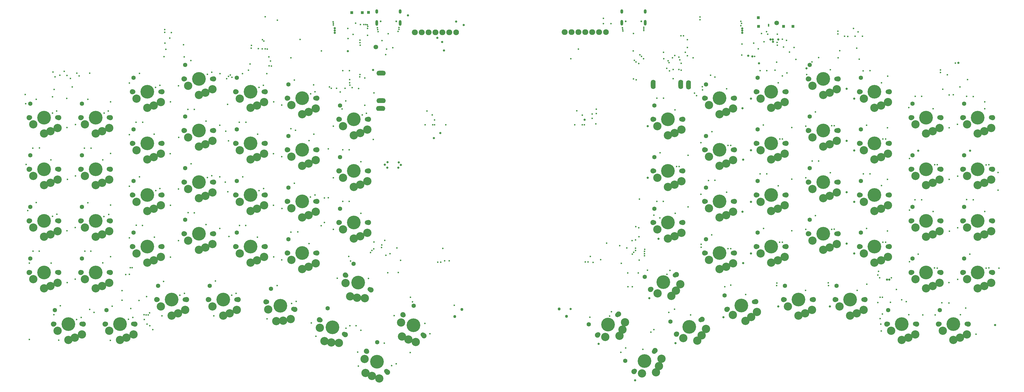
<source format=gbr>
%TF.GenerationSoftware,KiCad,Pcbnew,(6.0.5)*%
%TF.CreationDate,2022-08-12T23:05:57+08:00*%
%TF.ProjectId,ChunkyXiao,4368756e-6b79-4586-9961-6f2e6b696361,rev?*%
%TF.SameCoordinates,Original*%
%TF.FileFunction,Soldermask,Bot*%
%TF.FilePolarity,Negative*%
%FSLAX46Y46*%
G04 Gerber Fmt 4.6, Leading zero omitted, Abs format (unit mm)*
G04 Created by KiCad (PCBNEW (6.0.5)) date 2022-08-12 23:05:57*
%MOMM*%
%LPD*%
G01*
G04 APERTURE LIST*
%ADD10C,1.701800*%
%ADD11C,3.987800*%
%ADD12C,1.600000*%
%ADD13C,3.050000*%
%ADD14C,1.900000*%
%ADD15C,3.048000*%
%ADD16C,5.050000*%
%ADD17C,0.650000*%
%ADD18O,1.000000X2.100000*%
%ADD19O,1.000000X1.600000*%
%ADD20C,1.700000*%
%ADD21O,3.454400X1.778000*%
%ADD22R,1.000000X1.000000*%
%ADD23O,1.778000X3.454400*%
%ADD24C,1.100000*%
%ADD25C,2.100000*%
%ADD26O,2.200000X2.100000*%
%ADD27C,0.800000*%
%ADD28C,0.600000*%
G04 APERTURE END LIST*
D10*
%TO.C,SW18*%
X105121889Y-129443492D03*
X94961889Y-129443492D03*
D11*
X100041889Y-129443492D03*
D12*
X95166889Y-124318492D03*
D13*
X100166889Y-135368492D03*
D14*
X105666889Y-129468492D03*
D15*
X102581889Y-134523492D03*
D13*
X105166889Y-133268492D03*
D14*
X94666889Y-129468492D03*
D15*
X96231889Y-131983492D03*
D16*
X100166889Y-129468492D03*
%TD*%
%TO.C,SW62*%
X349499888Y-134236497D03*
D10*
X344294888Y-134211497D03*
D14*
X354999888Y-134236497D03*
D12*
X344499888Y-129086497D03*
D15*
X345564888Y-136751497D03*
D13*
X354499888Y-138036497D03*
D15*
X351914888Y-139291497D03*
D13*
X349499888Y-140136497D03*
D11*
X349374888Y-134211497D03*
D14*
X343999888Y-134236497D03*
D10*
X354454888Y-134211497D03*
%TD*%
D11*
%TO.C,SW19*%
X100041888Y-148493491D03*
D10*
X105121888Y-148493491D03*
D13*
X100166888Y-154418491D03*
D14*
X105666888Y-148518491D03*
X94666888Y-148518491D03*
D15*
X102581888Y-153573491D03*
X96231888Y-151033491D03*
D12*
X95166888Y-143368491D03*
D10*
X94961888Y-148493491D03*
D13*
X105166888Y-152318491D03*
D16*
X100166888Y-148518491D03*
%TD*%
D14*
%TO.C,SW21*%
X124716892Y-96136493D03*
D12*
X114216892Y-90986493D03*
D11*
X119091892Y-96111493D03*
D13*
X119216892Y-102036493D03*
D15*
X121631892Y-101191493D03*
D10*
X124171892Y-96111493D03*
D13*
X124216892Y-99936493D03*
D15*
X115281892Y-98651493D03*
D14*
X113716892Y-96136493D03*
D10*
X114011892Y-96111493D03*
D16*
X119216892Y-96136493D03*
%TD*%
D17*
%TO.C,J2*%
X263438407Y-70099801D03*
X257658407Y-70099801D03*
D18*
X264868407Y-70629801D03*
D19*
X264868407Y-66449801D03*
X256228407Y-66449801D03*
D18*
X256228407Y-70629801D03*
%TD*%
D10*
%TO.C,SW50*%
X316354890Y-96111495D03*
D14*
X305899890Y-96136495D03*
D11*
X311274890Y-96111495D03*
D13*
X316399890Y-99936495D03*
D15*
X307464890Y-98651495D03*
D14*
X316899890Y-96136495D03*
D16*
X311399890Y-96136495D03*
D15*
X313814890Y-101191495D03*
D12*
X306399890Y-90986495D03*
D10*
X306194890Y-96111495D03*
D13*
X311399890Y-102036495D03*
%TD*%
D10*
%TO.C,SW15*%
X76021890Y-181836494D03*
D14*
X65566890Y-181861494D03*
D13*
X71066890Y-187761494D03*
X76066890Y-185661494D03*
D10*
X65861890Y-181836494D03*
D12*
X66066890Y-176711494D03*
D14*
X76566890Y-181861494D03*
D11*
X70941890Y-181836494D03*
D15*
X67131890Y-184376494D03*
D16*
X71066890Y-181861494D03*
D15*
X73481890Y-186916494D03*
%TD*%
D13*
%TO.C,SW12*%
X86116888Y-118986493D03*
D15*
X77181888Y-117701493D03*
D12*
X76116888Y-110036493D03*
D10*
X75911888Y-115161493D03*
D14*
X86616888Y-115186493D03*
D11*
X80991888Y-115161493D03*
D10*
X86071888Y-115161493D03*
D16*
X81116888Y-115186493D03*
D13*
X81116888Y-121086493D03*
D15*
X83531888Y-120241493D03*
D14*
X75616888Y-115186493D03*
%TD*%
D20*
%TO.C,J5*%
X313430000Y-70750000D03*
%TD*%
D13*
%TO.C,SW66*%
X373549889Y-128511492D03*
D16*
X368549889Y-124711492D03*
D10*
X363344889Y-124686492D03*
D14*
X363049889Y-124711492D03*
D10*
X373504889Y-124686492D03*
D12*
X363549889Y-119561492D03*
D13*
X368549889Y-130611492D03*
D15*
X364614889Y-127226492D03*
X370964889Y-129766492D03*
D14*
X374049889Y-124711492D03*
D11*
X368424889Y-124686492D03*
%TD*%
D14*
%TO.C,SW43*%
X276360780Y-163627643D03*
D11*
X271476887Y-166418492D03*
D10*
X267077478Y-168958492D03*
D14*
X266834500Y-169127643D03*
D15*
X269447330Y-170523197D03*
D10*
X275876296Y-163878492D03*
D12*
X264692513Y-164417612D03*
D13*
X274547640Y-171487193D03*
X277827767Y-167168539D03*
D16*
X271597640Y-166377643D03*
D15*
X276216592Y-169547901D03*
%TD*%
D14*
%TO.C,SW20*%
X95616890Y-172861494D03*
D10*
X84911890Y-172836494D03*
D12*
X85116890Y-167711494D03*
D11*
X89991890Y-172836494D03*
D13*
X90116890Y-178761494D03*
D16*
X90116890Y-172861494D03*
D10*
X95071890Y-172836494D03*
D13*
X95116890Y-176661494D03*
D15*
X86181890Y-175376494D03*
X92531890Y-177916494D03*
D14*
X84616890Y-172861494D03*
%TD*%
D15*
%TO.C,SW38*%
X256477042Y-183929544D03*
D11*
X251088888Y-182133493D03*
D10*
X247496786Y-185725595D03*
D14*
X247305867Y-185951870D03*
D12*
X244017820Y-181956716D03*
D13*
X257417494Y-181214254D03*
D10*
X254680990Y-178541391D03*
D13*
X255366884Y-186234712D03*
D14*
X255084041Y-178173695D03*
D16*
X251194954Y-182062782D03*
D15*
X250190862Y-186623621D03*
%TD*%
D21*
%TO.C,J9*%
X167425000Y-99450000D03*
%TD*%
D11*
%TO.C,SW13*%
X80991888Y-134211495D03*
D14*
X75616888Y-134236495D03*
D10*
X86071888Y-134211495D03*
D12*
X76116888Y-129086495D03*
D10*
X75911888Y-134211495D03*
D13*
X86116888Y-138036495D03*
D14*
X86616888Y-134236495D03*
D16*
X81116888Y-134236495D03*
D15*
X77181888Y-136751495D03*
D13*
X81116888Y-140136495D03*
D15*
X83531888Y-139291495D03*
%TD*%
D20*
%TO.C,J3*%
X165510000Y-79650000D03*
%TD*%
D10*
%TO.C,SW10*%
X56971889Y-181836494D03*
D13*
X57016889Y-185661494D03*
D15*
X54431889Y-186916494D03*
X48081889Y-184376494D03*
D11*
X51891889Y-181836494D03*
D16*
X52016889Y-181861494D03*
D12*
X47016889Y-176711494D03*
D10*
X46811889Y-181836494D03*
D14*
X46516889Y-181861494D03*
D13*
X52016889Y-187761494D03*
D14*
X57516889Y-181861494D03*
%TD*%
D11*
%TO.C,SW31*%
X157191888Y-106291491D03*
D16*
X157316888Y-106316491D03*
D10*
X162271888Y-106291491D03*
X152111888Y-106291491D03*
D13*
X162316888Y-110116491D03*
D14*
X151816888Y-106316491D03*
D12*
X152316888Y-101166491D03*
D15*
X153381888Y-108831491D03*
X159731888Y-111371491D03*
D13*
X157316888Y-112216491D03*
D14*
X162816888Y-106316491D03*
%TD*%
D10*
%TO.C,SW34*%
X163289296Y-169001492D03*
D15*
X154320330Y-166756197D03*
D10*
X154490478Y-163921492D03*
D16*
X158985640Y-166545643D03*
D14*
X154222500Y-163795643D03*
X163748780Y-169295643D03*
D12*
X157230513Y-159585612D03*
D11*
X158889887Y-166461492D03*
D15*
X158549592Y-172130901D03*
D13*
X156035640Y-171655193D03*
X161415767Y-172336539D03*
%TD*%
D21*
%TO.C,J11*%
X167425001Y-89289999D03*
%TD*%
D14*
%TO.C,SW7*%
X67566889Y-124711493D03*
D11*
X61941889Y-124686493D03*
D15*
X58131889Y-127226493D03*
D10*
X67021889Y-124686493D03*
D12*
X57066889Y-119561493D03*
D10*
X56861889Y-124686493D03*
D15*
X64481889Y-129766493D03*
D13*
X67066889Y-128511493D03*
D16*
X62066889Y-124711493D03*
D13*
X62066889Y-130611493D03*
D14*
X56566889Y-124711493D03*
%TD*%
D15*
%TO.C,SW45*%
X294764889Y-103577496D03*
D10*
X297304889Y-98497496D03*
D15*
X288414889Y-101037496D03*
D13*
X292349889Y-104422496D03*
X297349889Y-102322496D03*
D11*
X292224889Y-98497496D03*
D12*
X287349889Y-93372496D03*
D14*
X286849889Y-98522496D03*
D10*
X287144889Y-98497496D03*
D14*
X297849889Y-98522496D03*
D16*
X292349889Y-98522496D03*
%TD*%
D22*
%TO.C,TP11*%
X319450000Y-71950000D03*
%TD*%
%TO.C,TP9*%
X306700000Y-72000000D03*
%TD*%
D14*
%TO.C,SW27*%
X143766888Y-117572495D03*
D16*
X138266888Y-117572495D03*
D12*
X133266888Y-112422495D03*
D13*
X143266888Y-121372495D03*
D14*
X132766888Y-117572495D03*
D15*
X140681888Y-122627495D03*
D10*
X143221888Y-117547495D03*
D13*
X138266888Y-123472495D03*
D15*
X134331888Y-120087495D03*
D10*
X133061888Y-117547495D03*
D11*
X138141888Y-117547495D03*
%TD*%
D13*
%TO.C,SW48*%
X292349889Y-161572496D03*
D15*
X288414889Y-158187496D03*
D10*
X297304889Y-155647496D03*
D15*
X294764889Y-160727496D03*
D13*
X297349889Y-159472496D03*
D12*
X287349889Y-150522496D03*
D10*
X287144889Y-155647496D03*
D11*
X292224889Y-155647496D03*
D14*
X297849889Y-155672496D03*
X286849889Y-155672496D03*
D16*
X292349889Y-155672496D03*
%TD*%
D15*
%TO.C,SW6*%
X58131889Y-108176494D03*
D13*
X62066889Y-111561494D03*
D10*
X56861889Y-105636494D03*
D14*
X56566889Y-105661494D03*
X67566889Y-105661494D03*
D15*
X64481889Y-110716494D03*
D13*
X67066889Y-109461494D03*
D12*
X57066889Y-100511494D03*
D16*
X62066889Y-105661494D03*
D11*
X61941889Y-105636494D03*
D10*
X67021889Y-105636494D03*
%TD*%
D22*
%TO.C,TP8*%
X162800000Y-66800000D03*
%TD*%
D11*
%TO.C,SW54*%
X321324889Y-172836495D03*
D13*
X326449889Y-176661495D03*
D10*
X316244889Y-172836495D03*
D16*
X321449889Y-172861495D03*
D15*
X323864889Y-177916495D03*
D10*
X326404889Y-172836495D03*
D14*
X326949889Y-172861495D03*
D13*
X321449889Y-178761495D03*
D14*
X315949889Y-172861495D03*
D12*
X316449889Y-167711495D03*
D15*
X317514889Y-175376495D03*
%TD*%
D13*
%TO.C,SW53*%
X311399894Y-159186493D03*
D12*
X306399894Y-148136493D03*
D11*
X311274894Y-153261493D03*
D14*
X316899894Y-153286493D03*
D10*
X316354894Y-153261493D03*
D16*
X311399894Y-153286493D03*
D13*
X316399894Y-157086493D03*
D10*
X306194894Y-153261493D03*
D14*
X305899894Y-153286493D03*
D15*
X307464894Y-155801493D03*
X313814894Y-158341493D03*
%TD*%
D16*
%TO.C,SW57*%
X330549887Y-129468491D03*
D15*
X332964887Y-134523491D03*
D14*
X336049887Y-129468491D03*
D13*
X330549887Y-135368491D03*
D14*
X325049887Y-129468491D03*
D11*
X330424887Y-129443491D03*
D13*
X335549887Y-133268491D03*
D10*
X335504887Y-129443491D03*
X325344887Y-129443491D03*
D12*
X325549887Y-124318491D03*
D15*
X326614887Y-131983491D03*
%TD*%
D13*
%TO.C,SW24*%
X124216889Y-157086493D03*
D14*
X124716889Y-153286493D03*
D15*
X115281889Y-155801493D03*
D12*
X114216889Y-148136493D03*
D13*
X119216889Y-159186493D03*
D14*
X113716889Y-153286493D03*
D10*
X124171889Y-153261493D03*
D11*
X119091889Y-153261493D03*
D15*
X121631889Y-158341493D03*
D16*
X119216889Y-153286493D03*
D10*
X114011889Y-153261493D03*
%TD*%
D13*
%TO.C,SW69*%
X383599888Y-185661494D03*
D14*
X384099888Y-181861494D03*
D15*
X381014888Y-186916494D03*
D12*
X373599888Y-176711494D03*
D10*
X373394888Y-181836494D03*
D16*
X378599888Y-181861494D03*
D10*
X383554888Y-181836494D03*
D13*
X378599888Y-187761494D03*
D15*
X374664888Y-184376494D03*
D14*
X373099888Y-181861494D03*
D11*
X378474888Y-181836494D03*
%TD*%
D15*
%TO.C,SW32*%
X153381888Y-127881495D03*
D16*
X157316888Y-125366495D03*
D12*
X152316888Y-120216495D03*
D15*
X159731888Y-130421495D03*
D13*
X162316888Y-129166495D03*
D14*
X151816888Y-125366495D03*
D11*
X157191888Y-125341495D03*
D14*
X162816888Y-125366495D03*
D13*
X157316888Y-131266495D03*
D10*
X162271888Y-125341495D03*
X152111888Y-125341495D03*
%TD*%
D13*
%TO.C,SW56*%
X335549889Y-114218494D03*
D16*
X330549889Y-110418494D03*
D15*
X326614889Y-112933494D03*
D14*
X336049889Y-110418494D03*
D13*
X330549889Y-116318494D03*
D10*
X335504889Y-110393494D03*
D12*
X325549889Y-105268494D03*
D11*
X330424889Y-110393494D03*
D10*
X325344889Y-110393494D03*
D15*
X332964889Y-115473494D03*
D14*
X325049889Y-110418494D03*
%TD*%
D11*
%TO.C,SW59*%
X340374890Y-172836495D03*
D13*
X345499890Y-176661495D03*
D15*
X336564890Y-175376495D03*
D13*
X340499890Y-178761495D03*
D10*
X345454890Y-172836495D03*
D15*
X342914890Y-177916495D03*
D12*
X335499890Y-167711495D03*
D14*
X345999890Y-172861495D03*
D16*
X340499890Y-172861495D03*
D10*
X335294890Y-172836495D03*
D14*
X334999890Y-172861495D03*
%TD*%
D10*
%TO.C,SW58*%
X325344891Y-148493494D03*
D11*
X330424891Y-148493494D03*
D13*
X335549891Y-152318494D03*
D15*
X332964891Y-153573494D03*
D13*
X330549891Y-154418494D03*
D14*
X336049891Y-148518494D03*
X325049891Y-148518494D03*
D10*
X335504891Y-148493494D03*
D12*
X325549891Y-143368494D03*
D15*
X326614891Y-151033494D03*
D16*
X330549891Y-148518494D03*
%TD*%
D14*
%TO.C,SW46*%
X286849890Y-117572495D03*
D13*
X292349890Y-123472495D03*
D16*
X292349890Y-117572495D03*
D13*
X297349890Y-121372495D03*
D15*
X294764890Y-122627495D03*
D14*
X297849890Y-117572495D03*
D15*
X288414890Y-120087495D03*
D10*
X287144890Y-117547495D03*
X297304890Y-117547495D03*
D11*
X292224890Y-117547495D03*
D12*
X287349890Y-112422495D03*
%TD*%
%TO.C,SW33*%
X152316889Y-139266493D03*
D14*
X151816889Y-144416493D03*
D13*
X157316889Y-150316493D03*
D15*
X159731889Y-149471493D03*
D10*
X152111889Y-144391493D03*
D11*
X157191889Y-144391493D03*
D16*
X157316889Y-144416493D03*
D14*
X162816889Y-144416493D03*
D10*
X162271889Y-144391493D03*
D13*
X162316889Y-148216493D03*
D15*
X153381889Y-146931493D03*
%TD*%
D10*
%TO.C,SW68*%
X363344887Y-162786493D03*
D13*
X373549887Y-166611493D03*
D15*
X370964887Y-167866493D03*
D13*
X368549887Y-168711493D03*
D10*
X373504887Y-162786493D03*
D14*
X374049887Y-162811493D03*
D12*
X363549887Y-157661493D03*
D16*
X368549887Y-162811493D03*
D15*
X364614887Y-165326493D03*
D11*
X368424887Y-162786493D03*
D14*
X363049887Y-162811493D03*
%TD*%
D13*
%TO.C,SW71*%
X387599887Y-130611492D03*
D12*
X382599887Y-119561492D03*
D16*
X387599887Y-124711492D03*
D14*
X382099887Y-124711492D03*
D15*
X383664887Y-127226492D03*
D11*
X387474887Y-124686492D03*
D10*
X392554887Y-124686492D03*
X382394887Y-124686492D03*
D13*
X392599887Y-128511492D03*
D15*
X390014887Y-129766492D03*
D14*
X393099887Y-124711492D03*
%TD*%
D23*
%TO.C,J10*%
X278026892Y-93401492D03*
%TD*%
D24*
%TO.C,S2*%
X233146397Y-176336324D03*
X235833402Y-179023329D03*
%TD*%
D14*
%TO.C,SW8*%
X56566889Y-143761495D03*
D13*
X62066889Y-149661495D03*
D10*
X67021889Y-143736495D03*
X56861889Y-143736495D03*
D16*
X62066889Y-143761495D03*
D15*
X58131889Y-146276495D03*
D14*
X67566889Y-143761495D03*
D12*
X57066889Y-138611495D03*
D11*
X61941889Y-143736495D03*
D15*
X64481889Y-148816495D03*
D13*
X67066889Y-147561495D03*
%TD*%
%TO.C,SW29*%
X143266886Y-159472497D03*
D12*
X133266886Y-150522497D03*
D10*
X133061886Y-155647497D03*
D13*
X138266886Y-161572497D03*
D14*
X143766886Y-155672497D03*
D16*
X138266886Y-155672497D03*
D15*
X140681886Y-160727497D03*
D10*
X143221886Y-155647497D03*
D15*
X134331886Y-158187497D03*
D14*
X132766886Y-155672497D03*
D11*
X138141886Y-155647497D03*
%TD*%
D14*
%TO.C,SW55*%
X336049890Y-91368493D03*
X325049890Y-91368493D03*
D11*
X330424890Y-91343493D03*
D10*
X335504890Y-91343493D03*
X325344890Y-91343493D03*
D15*
X326614890Y-93883493D03*
X332964890Y-96423493D03*
D12*
X325549890Y-86218493D03*
D16*
X330549890Y-91368493D03*
D13*
X330549890Y-97268493D03*
X335549890Y-95168493D03*
%TD*%
D15*
%TO.C,SW26*%
X140681888Y-103577495D03*
D11*
X138141888Y-98497495D03*
D15*
X134331888Y-101037495D03*
D10*
X143221888Y-98497495D03*
D13*
X138266888Y-104422495D03*
D14*
X143766888Y-98522495D03*
D13*
X143266888Y-102322495D03*
D12*
X133266888Y-93372495D03*
D14*
X132766888Y-98522495D03*
D16*
X138266888Y-98522495D03*
D10*
X133061888Y-98497495D03*
%TD*%
D12*
%TO.C,SW9*%
X57066887Y-157661494D03*
D13*
X67066887Y-166611494D03*
D14*
X67566887Y-162811494D03*
D13*
X62066887Y-168711494D03*
D16*
X62066887Y-162811494D03*
D15*
X58131887Y-165326494D03*
D14*
X56566887Y-162811494D03*
D10*
X67021887Y-162786494D03*
X56861887Y-162786494D03*
D11*
X61941887Y-162786494D03*
D15*
X64481887Y-167866494D03*
%TD*%
D10*
%TO.C,SW63*%
X344294887Y-153261497D03*
D15*
X345564887Y-155801497D03*
D14*
X354999887Y-153286497D03*
D12*
X344499887Y-148136497D03*
D11*
X349374887Y-153261497D03*
D15*
X351914887Y-158341497D03*
D10*
X354454887Y-153261497D03*
D14*
X343999887Y-153286497D03*
D13*
X349499887Y-159186497D03*
D16*
X349499887Y-153286497D03*
D13*
X354499887Y-157086497D03*
%TD*%
D12*
%TO.C,SW23*%
X114216889Y-129086490D03*
D10*
X124171889Y-134211490D03*
X114011889Y-134211490D03*
D14*
X113716889Y-134236490D03*
D15*
X115281889Y-136751490D03*
D13*
X124216889Y-138036490D03*
D11*
X119091889Y-134211490D03*
D13*
X119216889Y-140136490D03*
D14*
X124716889Y-134236490D03*
D16*
X119216889Y-134236490D03*
D15*
X121631889Y-139291490D03*
%TD*%
D22*
%TO.C,TP7*%
X160500000Y-66900000D03*
%TD*%
D15*
%TO.C,SW61*%
X351914890Y-120241495D03*
D16*
X349499890Y-115186495D03*
D11*
X349374890Y-115161495D03*
D13*
X349499890Y-121086495D03*
X354499890Y-118986495D03*
D12*
X344499890Y-110036495D03*
D10*
X344294890Y-115161495D03*
X354454890Y-115161495D03*
D14*
X343999890Y-115186495D03*
X354999890Y-115186495D03*
D15*
X345564890Y-117701495D03*
%TD*%
%TO.C,SW70*%
X390014888Y-110716491D03*
X383664888Y-108176491D03*
D13*
X387599888Y-111561491D03*
D10*
X382394888Y-105636491D03*
D14*
X393099888Y-105661491D03*
D10*
X392554888Y-105636491D03*
D11*
X387474888Y-105636491D03*
D12*
X382599888Y-100511491D03*
D13*
X392599888Y-109461491D03*
D16*
X387599888Y-105661491D03*
D14*
X382099888Y-105661491D03*
%TD*%
D13*
%TO.C,SW42*%
X273299889Y-150316493D03*
D11*
X273174889Y-144391493D03*
D10*
X268094889Y-144391493D03*
D14*
X267799889Y-144416493D03*
D10*
X278254889Y-144391493D03*
D13*
X278299889Y-148216493D03*
D14*
X278799889Y-144416493D03*
D15*
X275714889Y-149471493D03*
X269364889Y-146931493D03*
D12*
X268299889Y-139266493D03*
D16*
X273299889Y-144416493D03*
%TD*%
D14*
%TO.C,SW51*%
X316899891Y-115186495D03*
D10*
X306194891Y-115161495D03*
D16*
X311399891Y-115186495D03*
D15*
X307464891Y-117701495D03*
D13*
X311399891Y-121086495D03*
D12*
X306399891Y-110036495D03*
D11*
X311274891Y-115161495D03*
D13*
X316399891Y-118986495D03*
D14*
X305899891Y-115186495D03*
D10*
X316354891Y-115161495D03*
D15*
X313814891Y-120241495D03*
%TD*%
D21*
%TO.C,J7*%
X167270000Y-102340000D03*
%TD*%
D22*
%TO.C,TP12*%
X306650000Y-68800000D03*
%TD*%
D15*
%TO.C,SW14*%
X83531886Y-158341495D03*
D10*
X86071886Y-153261495D03*
D12*
X76116886Y-148136495D03*
D16*
X81116886Y-153286495D03*
D13*
X81116886Y-159186495D03*
D10*
X75911886Y-153261495D03*
D15*
X77181886Y-155801495D03*
D14*
X75616886Y-153286495D03*
D11*
X80991886Y-153261495D03*
D14*
X86616886Y-153286495D03*
D13*
X86116886Y-157086495D03*
%TD*%
D16*
%TO.C,SW73*%
X387599889Y-162811490D03*
D13*
X387599889Y-168711490D03*
D11*
X387474889Y-162786490D03*
D10*
X392554889Y-162786490D03*
X382394889Y-162786490D03*
D14*
X382099889Y-162811490D03*
D13*
X392599889Y-166611490D03*
D14*
X393099889Y-162811490D03*
D12*
X382599889Y-157661490D03*
D15*
X390014889Y-167866490D03*
X383664889Y-165326490D03*
%TD*%
%TO.C,SW28*%
X140681888Y-141677496D03*
X134331888Y-139137496D03*
D14*
X132766888Y-136622496D03*
D11*
X138141888Y-136597496D03*
D12*
X133266888Y-131472496D03*
D16*
X138266888Y-136622496D03*
D14*
X143766888Y-136622496D03*
D13*
X143266888Y-140422496D03*
D10*
X143221888Y-136597496D03*
X133061888Y-136597496D03*
D13*
X138266888Y-142522496D03*
%TD*%
D10*
%TO.C,SW39*%
X268151374Y-192011774D03*
X260967170Y-199195978D03*
D11*
X264559272Y-195603876D03*
D12*
X257488204Y-195427099D03*
D14*
X268554425Y-191644078D03*
X260776251Y-199422253D03*
D15*
X269947426Y-197399927D03*
D13*
X268837268Y-199705095D03*
D15*
X263661246Y-200094004D03*
D13*
X270887878Y-194684637D03*
D16*
X264665338Y-195533165D03*
%TD*%
D14*
%TO.C,SW52*%
X305899892Y-134236493D03*
D10*
X306194892Y-134211493D03*
D15*
X307464892Y-136751493D03*
X313814892Y-139291493D03*
D10*
X316354892Y-134211493D03*
D12*
X306399892Y-129086493D03*
D11*
X311274892Y-134211493D03*
D14*
X316899892Y-134236493D03*
D13*
X311399892Y-140136493D03*
X316399892Y-138036493D03*
D16*
X311399892Y-134236493D03*
%TD*%
D15*
%TO.C,SW72*%
X390014888Y-148816493D03*
X383664888Y-146276493D03*
D16*
X387599888Y-143761493D03*
D10*
X382394888Y-143736493D03*
D13*
X392599888Y-147561493D03*
D10*
X392554888Y-143736493D03*
D14*
X382099888Y-143761493D03*
X393099888Y-143761493D03*
D12*
X382599888Y-138611493D03*
D13*
X387599888Y-149661493D03*
D11*
X387474888Y-143736493D03*
%TD*%
D15*
%TO.C,SW11*%
X83531889Y-101191494D03*
D14*
X75616889Y-96136494D03*
D13*
X86116889Y-99936494D03*
D15*
X77181889Y-98651494D03*
D12*
X76116889Y-90986494D03*
D10*
X86071889Y-96111494D03*
X75911889Y-96111494D03*
D13*
X81116889Y-102036494D03*
D11*
X80991889Y-96111494D03*
D16*
X81116889Y-96136494D03*
D14*
X86616889Y-96136494D03*
%TD*%
D23*
%TO.C,J8*%
X280916889Y-93556492D03*
%TD*%
D12*
%TO.C,SW37*%
X165984282Y-188575809D03*
D10*
X162215403Y-192054775D03*
D14*
X161989128Y-191863856D03*
D15*
X164011454Y-201035031D03*
D13*
X166726744Y-201975483D03*
X161706286Y-199924873D03*
D16*
X165878216Y-195752943D03*
D10*
X169399607Y-199238979D03*
D15*
X161317377Y-194748851D03*
D11*
X165807505Y-195646877D03*
D14*
X169767303Y-199642030D03*
%TD*%
D16*
%TO.C,SW41*%
X273299891Y-125366492D03*
D14*
X267799891Y-125366492D03*
D12*
X268299891Y-120216492D03*
D15*
X269364891Y-127881492D03*
D13*
X273299891Y-131266492D03*
D10*
X278254891Y-125341492D03*
D15*
X275714891Y-130421492D03*
D14*
X278799891Y-125366492D03*
D11*
X273174891Y-125341492D03*
D13*
X278299891Y-129166492D03*
D10*
X268094891Y-125341492D03*
%TD*%
D16*
%TO.C,SW17*%
X100166888Y-110418494D03*
D13*
X105166888Y-114218494D03*
D14*
X105666888Y-110418494D03*
X94666888Y-110418494D03*
D15*
X102581888Y-115473494D03*
D13*
X100166888Y-116318494D03*
D10*
X94961888Y-110393494D03*
D12*
X95166888Y-105268494D03*
D15*
X96231888Y-112933494D03*
D10*
X105121888Y-110393494D03*
D11*
X100041888Y-110393494D03*
%TD*%
D15*
%TO.C,SW40*%
X269364889Y-108831494D03*
X275714889Y-111371494D03*
D14*
X278799889Y-106316494D03*
D13*
X273299889Y-112216494D03*
X278299889Y-110116494D03*
D11*
X273174889Y-106291494D03*
D12*
X268299889Y-101166494D03*
D10*
X278254889Y-106291494D03*
D16*
X273299889Y-106316494D03*
D10*
X268094889Y-106291494D03*
D14*
X267799889Y-106316494D03*
%TD*%
D15*
%TO.C,SW67*%
X364614889Y-146276493D03*
D14*
X363049889Y-143761493D03*
D10*
X363344889Y-143736493D03*
D13*
X368549889Y-149661493D03*
D11*
X368424889Y-143736493D03*
D10*
X373504889Y-143736493D03*
D15*
X370964889Y-148816493D03*
D13*
X373549889Y-147561493D03*
D16*
X368549889Y-143761493D03*
D12*
X363549889Y-138611493D03*
D14*
X374049889Y-143761493D03*
%TD*%
D13*
%TO.C,SW25*%
X109166890Y-178761493D03*
D15*
X105231890Y-175376493D03*
D16*
X109166890Y-172861493D03*
D10*
X103961890Y-172836493D03*
D14*
X114666890Y-172861493D03*
X103666890Y-172861493D03*
D11*
X109041890Y-172836493D03*
D12*
X104166890Y-167711493D03*
D10*
X114121890Y-172836493D03*
D13*
X114166890Y-176661493D03*
D15*
X111581890Y-177916493D03*
%TD*%
D11*
%TO.C,SW3*%
X42891892Y-143736491D03*
D14*
X48516892Y-143761491D03*
D13*
X43016892Y-149661491D03*
D16*
X43016892Y-143761491D03*
D13*
X48016892Y-147561491D03*
D15*
X45431892Y-148816491D03*
X39081892Y-146276491D03*
D10*
X47971892Y-143736491D03*
D12*
X38016892Y-138611491D03*
D14*
X37516892Y-143761491D03*
D10*
X37811892Y-143736491D03*
%TD*%
D17*
%TO.C,J1*%
X167239571Y-70149808D03*
X173019571Y-70149808D03*
D19*
X174449571Y-66499808D03*
D18*
X174449571Y-70679808D03*
D19*
X165809571Y-66499808D03*
D18*
X165809571Y-70679808D03*
%TD*%
D10*
%TO.C,SW49*%
X295307985Y-176335297D03*
D12*
X294179552Y-171331869D03*
D10*
X305121791Y-173705695D03*
D16*
X300342099Y-175012292D03*
D14*
X305654691Y-173588787D03*
D13*
X306155241Y-177388715D03*
D14*
X295029507Y-176435797D03*
D15*
X303983140Y-179269999D03*
D11*
X300214888Y-175020496D03*
D15*
X297192111Y-178460048D03*
D13*
X301869132Y-180711254D03*
%TD*%
D16*
%TO.C,SW47*%
X292349891Y-136622495D03*
D15*
X294764891Y-141677495D03*
D10*
X287144891Y-136597495D03*
D14*
X297849891Y-136622495D03*
D10*
X297304891Y-136597495D03*
D12*
X287349891Y-131472495D03*
D11*
X292224891Y-136597495D03*
D14*
X286849891Y-136622495D03*
D13*
X297349891Y-140422495D03*
D15*
X288414891Y-139137495D03*
D13*
X292349891Y-142522495D03*
%TD*%
D10*
%TO.C,SW1*%
X47971888Y-105636493D03*
X37811888Y-105636493D03*
D14*
X48516888Y-105661493D03*
D11*
X42891888Y-105636493D03*
D16*
X43016888Y-105661493D03*
D14*
X37516888Y-105661493D03*
D15*
X45431888Y-110716493D03*
D13*
X43016888Y-111561493D03*
D12*
X38016888Y-100511493D03*
D13*
X48016888Y-109461493D03*
D15*
X39081888Y-108176493D03*
%TD*%
D14*
%TO.C,SW60*%
X354999891Y-96136494D03*
D15*
X345564891Y-98651494D03*
D11*
X349374891Y-96111494D03*
D13*
X354499891Y-99936494D03*
D12*
X344499891Y-90986494D03*
D15*
X351914891Y-101191494D03*
D16*
X349499891Y-96136494D03*
D13*
X349499891Y-102036494D03*
D10*
X354454891Y-96111494D03*
D14*
X343999891Y-96136494D03*
D10*
X344294891Y-96111494D03*
%TD*%
D16*
%TO.C,SW4*%
X43016888Y-162811490D03*
D14*
X37516888Y-162811490D03*
D13*
X43016888Y-168711490D03*
D15*
X39081888Y-165326490D03*
D11*
X42891888Y-162786490D03*
D12*
X38016888Y-157661490D03*
D13*
X48016888Y-166611490D03*
D15*
X45431888Y-167866490D03*
D10*
X47971888Y-162786490D03*
X37811888Y-162786490D03*
D14*
X48516888Y-162811490D03*
%TD*%
%TO.C,SW35*%
X154223781Y-185793428D03*
X144697501Y-180293428D03*
D13*
X151890768Y-188834324D03*
D10*
X153764297Y-185499277D03*
D11*
X149364888Y-182959277D03*
D16*
X149460641Y-183043428D03*
D12*
X147705514Y-176083397D03*
D10*
X144965479Y-180419277D03*
D13*
X146510641Y-188152978D03*
D15*
X149024593Y-188628686D03*
X144795331Y-183253982D03*
%TD*%
D13*
%TO.C,SW22*%
X119216890Y-121086492D03*
D14*
X113716890Y-115186492D03*
D15*
X115281890Y-117701492D03*
X121631890Y-120241492D03*
D10*
X124171890Y-115161492D03*
D13*
X124216890Y-118986492D03*
D10*
X114011890Y-115161492D03*
D11*
X119091890Y-115161492D03*
D12*
X114216890Y-110036492D03*
D14*
X124716890Y-115186492D03*
D16*
X119216890Y-115186492D03*
%TD*%
D22*
%TO.C,TP10*%
X315950000Y-72000000D03*
%TD*%
D11*
%TO.C,SW30*%
X130151891Y-175020495D03*
D15*
X125814313Y-176487846D03*
D14*
X124953569Y-173653491D03*
D16*
X130266161Y-175076996D03*
D13*
X128739129Y-180775958D03*
X134112278Y-180041609D03*
D15*
X131290542Y-180584799D03*
D10*
X135058794Y-176335296D03*
D12*
X126769450Y-168808382D03*
D14*
X135578753Y-176500500D03*
D10*
X125244988Y-173705694D03*
%TD*%
D24*
%TO.C,S1*%
X197273329Y-176436599D03*
X194586324Y-179123604D03*
%TD*%
D14*
%TO.C,SW64*%
X365049888Y-181861494D03*
D13*
X364549888Y-185661494D03*
D12*
X354549888Y-176711494D03*
D14*
X354049888Y-181861494D03*
D10*
X354344888Y-181836494D03*
D11*
X359424888Y-181836494D03*
D15*
X355614888Y-184376494D03*
D10*
X364504888Y-181836494D03*
D16*
X359549888Y-181861494D03*
D13*
X359549888Y-187761494D03*
D15*
X361964888Y-186916494D03*
%TD*%
D12*
%TO.C,SW65*%
X363549889Y-100511493D03*
D10*
X363344889Y-105636493D03*
D13*
X368549889Y-111561493D03*
D15*
X364614889Y-108176493D03*
X370964889Y-110716493D03*
D14*
X363049889Y-105661493D03*
X374049889Y-105661493D03*
D16*
X368549889Y-105661493D03*
D11*
X368424889Y-105636493D03*
D10*
X373504889Y-105636493D03*
D13*
X373549889Y-109461493D03*
%TD*%
D23*
%TO.C,J12*%
X267866891Y-93401492D03*
%TD*%
D10*
%TO.C,SW44*%
X285401296Y-180376277D03*
D11*
X281001887Y-182916277D03*
D14*
X285885780Y-180125428D03*
D13*
X287352767Y-183666324D03*
D16*
X281122640Y-182875428D03*
D15*
X278972330Y-187020982D03*
D13*
X284072640Y-187984978D03*
D15*
X285741592Y-186045686D03*
D12*
X274217513Y-180915397D03*
D10*
X276602478Y-185456277D03*
D14*
X276359500Y-185625428D03*
%TD*%
D10*
%TO.C,SW16*%
X94961891Y-91343490D03*
D15*
X96231891Y-93883490D03*
D13*
X105166891Y-95168490D03*
D15*
X102581891Y-96423490D03*
D14*
X105666891Y-91368490D03*
D10*
X105121891Y-91343490D03*
D16*
X100166891Y-91368490D03*
D12*
X95166891Y-86218490D03*
D13*
X100166891Y-97268490D03*
D14*
X94666891Y-91368490D03*
D11*
X100041891Y-91343490D03*
%TD*%
D16*
%TO.C,SW36*%
X179348600Y-182282559D03*
D10*
X175685787Y-178584391D03*
D15*
X174787761Y-181278467D03*
X177481838Y-187564647D03*
D13*
X180197128Y-188505099D03*
D12*
X179454666Y-175105425D03*
D10*
X182869991Y-185768595D03*
D13*
X175176670Y-186454489D03*
D14*
X183237687Y-186171646D03*
X175459512Y-178393472D03*
D11*
X179277889Y-182176493D03*
%TD*%
D14*
%TO.C,SW2*%
X48516889Y-124711490D03*
D10*
X47971889Y-124686490D03*
D13*
X48016889Y-128511490D03*
D15*
X45431889Y-129766490D03*
D12*
X38016889Y-119561490D03*
D16*
X43016889Y-124711490D03*
D13*
X43016889Y-130611490D03*
D10*
X37811889Y-124686490D03*
D11*
X42891889Y-124686490D03*
D15*
X39081889Y-127226490D03*
D14*
X37516889Y-124711490D03*
%TD*%
D22*
%TO.C,TP6*%
X156600000Y-66900000D03*
%TD*%
D25*
%TO.C,J13*%
X195111890Y-74196492D03*
D26*
X192571890Y-74196492D03*
X190041890Y-74186492D03*
X187501890Y-74186492D03*
X184961890Y-74186492D03*
X182421890Y-74186492D03*
X179881890Y-74186492D03*
%TD*%
D25*
%TO.C,J14*%
X250416891Y-74133993D03*
D26*
X247876891Y-74133993D03*
X245346891Y-74123993D03*
X242806891Y-74123993D03*
X240266891Y-74123993D03*
X237726891Y-74123993D03*
X235186891Y-74123993D03*
%TD*%
D27*
X169710000Y-124160000D03*
X169800000Y-122130000D03*
X168760000Y-123050000D03*
X384750000Y-117900000D03*
D28*
X278150000Y-85650000D03*
X275940000Y-140970000D03*
D27*
X354150000Y-165500000D03*
D28*
X275690000Y-176350000D03*
X372670000Y-161190000D03*
X304950000Y-78200001D03*
X281650000Y-178540000D03*
X255525000Y-152950000D03*
X327680000Y-103540000D03*
X271630000Y-98530000D03*
X381025000Y-94325000D03*
X257660000Y-190660000D03*
X241686889Y-104736492D03*
X264070000Y-191230000D03*
X383800000Y-91600000D03*
X361200000Y-173630000D03*
X258450000Y-163025000D03*
X308520000Y-108360000D03*
X244440000Y-179360000D03*
X328870000Y-121680000D03*
X352130000Y-130770000D03*
X242486889Y-108336492D03*
X301980000Y-170970000D03*
X244650000Y-156950000D03*
X300550000Y-82550000D03*
X334670000Y-108650000D03*
X324060000Y-169450000D03*
X373875004Y-89024998D03*
X343875000Y-84100000D03*
X332520000Y-167670000D03*
X290660000Y-128820000D03*
X357625000Y-169125000D03*
X300203392Y-71710361D03*
X296460000Y-154020000D03*
X308700000Y-77700000D03*
X296450000Y-115930000D03*
D27*
X354950000Y-165500000D03*
D28*
X390190000Y-140280000D03*
X308540000Y-146570000D03*
X239686889Y-103136492D03*
X289450000Y-148930000D03*
X352075000Y-92825000D03*
X238886889Y-108336492D03*
X270300000Y-142650000D03*
X333200000Y-125990000D03*
X313440000Y-167680000D03*
X314000000Y-92775000D03*
X315520000Y-113530000D03*
X300403393Y-70910360D03*
X347850000Y-88350000D03*
X315500000Y-76725000D03*
X350700000Y-163800000D03*
X371175000Y-102400000D03*
X346610000Y-146540000D03*
X372660000Y-123040000D03*
X365670000Y-156070000D03*
X313625000Y-74900000D03*
X278050000Y-75450000D03*
X241686889Y-108336492D03*
X277361889Y-83361492D03*
X262675000Y-158250000D03*
X256503391Y-72510359D03*
X336100000Y-83600000D03*
D27*
X365650000Y-117900000D03*
D28*
X378600000Y-97225000D03*
X264403392Y-72910358D03*
X264403390Y-72310359D03*
X264403391Y-73510359D03*
X317200000Y-89150000D03*
X333200000Y-87950000D03*
X275920000Y-102830000D03*
X371150000Y-140310000D03*
X350760000Y-173930000D03*
X355430000Y-173840000D03*
X300203390Y-70110358D03*
X335975000Y-74750000D03*
X381250000Y-178400000D03*
X347830000Y-126440000D03*
X320475000Y-84175000D03*
X343120000Y-169400000D03*
X296450000Y-167500000D03*
X314020000Y-130790000D03*
X274040000Y-162080000D03*
X353610000Y-113560000D03*
X248500000Y-158100000D03*
X384720000Y-156070000D03*
X262350000Y-163000000D03*
X260591889Y-74636493D03*
X294980000Y-133220000D03*
X315510000Y-151640000D03*
X277410000Y-123710000D03*
X313650000Y-78900000D03*
X294960000Y-95030000D03*
X334630000Y-146860000D03*
X271686889Y-81536492D03*
X366875000Y-97850000D03*
X277336889Y-87936492D03*
X306650002Y-80300003D03*
X353630000Y-151620000D03*
X249500000Y-69000000D03*
X362160000Y-178390000D03*
X390200000Y-102350000D03*
X391730000Y-123070000D03*
X328875000Y-83525000D03*
X327680000Y-141800000D03*
X342950000Y-80000000D03*
X289510000Y-110820000D03*
X252286889Y-70936492D03*
X309750000Y-126460000D03*
X391710000Y-161160000D03*
X285100000Y-68500000D03*
X309725000Y-88325000D03*
X256703388Y-73710359D03*
X271610000Y-136610000D03*
X346620000Y-108470000D03*
X310075000Y-74875000D03*
X385925000Y-97875000D03*
X312825000Y-88175000D03*
X285530000Y-152390000D03*
X285990000Y-94290000D03*
X283120000Y-96600000D03*
X290640000Y-90740000D03*
X260491888Y-81036490D03*
X256603391Y-73110357D03*
X270410000Y-118620000D03*
X377020000Y-174060000D03*
X377100000Y-97300000D03*
X246686889Y-107936492D03*
X252430000Y-177310000D03*
X366870000Y-135960000D03*
X265730000Y-161960000D03*
X385940000Y-135980000D03*
X305250000Y-83100000D03*
X164850000Y-96530000D03*
X159680000Y-89790000D03*
X155850000Y-91600000D03*
X155850000Y-92800000D03*
X151047500Y-94850000D03*
X152340000Y-96180000D03*
X277661889Y-84386492D03*
X275250000Y-91300000D03*
X273850000Y-88400000D03*
X272850000Y-87450000D03*
X273700000Y-85350000D03*
X280486889Y-79786492D03*
X279686889Y-81536492D03*
X273350000Y-84650000D03*
X261550000Y-91700000D03*
X260600000Y-91350000D03*
X271750000Y-83900000D03*
X278186889Y-88161492D03*
X379350000Y-85525000D03*
X390224888Y-99856491D03*
X169100000Y-82410000D03*
D27*
X189950000Y-77750000D03*
D28*
X171770000Y-79830000D03*
X129180000Y-69730000D03*
X137560000Y-76800000D03*
X170750000Y-155890000D03*
X124690000Y-80310000D03*
X145420000Y-81050000D03*
X51560000Y-90140000D03*
X126980000Y-86600000D03*
D27*
X155150000Y-81100000D03*
D28*
X124190000Y-77430000D03*
D27*
X164500000Y-88050000D03*
D28*
X52760000Y-91190000D03*
D27*
X189250000Y-111400000D03*
D28*
X164080000Y-154740000D03*
D27*
X186900000Y-113200000D03*
D28*
X245286889Y-105936492D03*
X246886889Y-104136492D03*
X317025000Y-77150000D03*
X300625000Y-78525000D03*
X262800000Y-135750000D03*
D27*
X304400000Y-83100000D03*
D28*
X264650000Y-155075000D03*
X261375000Y-145925000D03*
D27*
X306900000Y-85600000D03*
D28*
X245286889Y-104336492D03*
X261325000Y-154700000D03*
D27*
X302900000Y-82800000D03*
D28*
X246886889Y-102536492D03*
D27*
X188200000Y-76250000D03*
X190600000Y-80850000D03*
D28*
X240286889Y-80336492D03*
X262900000Y-82500000D03*
X260886889Y-84486492D03*
X261486889Y-85136492D03*
X237486889Y-83936492D03*
X263550000Y-83100000D03*
X262486889Y-85736492D03*
X264286889Y-83936492D03*
X380108888Y-108176491D03*
D27*
X303908891Y-117701495D03*
X333008890Y-175376495D03*
D28*
X380161198Y-127278802D03*
D27*
X342008891Y-98651494D03*
X313958889Y-175376495D03*
X300800000Y-102200000D03*
X261146775Y-202608476D03*
X303908894Y-155801493D03*
X339200000Y-114200000D03*
X339200000Y-152200000D03*
X394000000Y-182200000D03*
X266367744Y-172301197D03*
X303908892Y-136751493D03*
D28*
X377090000Y-109440000D03*
X352000000Y-184400000D03*
X377130000Y-147610000D03*
D27*
X237400000Y-176300000D03*
X339200000Y-95000000D03*
D28*
X387000000Y-185600000D03*
D27*
X342008890Y-117791110D03*
X303908890Y-98691110D03*
X276046881Y-188953119D03*
X269799889Y-150416493D03*
D28*
X380200000Y-165400000D03*
D27*
X301000000Y-159400000D03*
X293757279Y-179380409D03*
X339200000Y-133200000D03*
D28*
X350950000Y-162400000D03*
D27*
X301000000Y-121200000D03*
D28*
X380176197Y-146343803D03*
X377040000Y-128470000D03*
D27*
X300800000Y-140400000D03*
X265808889Y-108831494D03*
D28*
X377000000Y-166600000D03*
D27*
X342008887Y-155801497D03*
X265808891Y-127881492D03*
X247676391Y-189138093D03*
X342008888Y-136751497D03*
D28*
X164720000Y-154120000D03*
X125470000Y-80350000D03*
X173280000Y-153740000D03*
X126010000Y-83290000D03*
X318125000Y-81500000D03*
X342325000Y-75625000D03*
X319850000Y-79800000D03*
X307800000Y-74650000D03*
X264675000Y-154275000D03*
X262600000Y-149650000D03*
X285100000Y-69550000D03*
X345025000Y-75625000D03*
X261350000Y-153850000D03*
X261300000Y-150850000D03*
X339675000Y-75675000D03*
X341750000Y-72725000D03*
X343425000Y-74025000D03*
X262550000Y-146350000D03*
X260025000Y-151050000D03*
X264625000Y-155900000D03*
X260675000Y-155350000D03*
X48920000Y-89990000D03*
X46760000Y-95290000D03*
X374725000Y-95225000D03*
X376400000Y-89825000D03*
X87980000Y-80470000D03*
X90070000Y-74240000D03*
X338425000Y-75600000D03*
X336700000Y-81000000D03*
X112380000Y-90760000D03*
X110880000Y-133010000D03*
X111120000Y-114270000D03*
X111780000Y-89910000D03*
X111120000Y-90480000D03*
X110820000Y-100770000D03*
X122100000Y-80200000D03*
X119100000Y-85900000D03*
X313400000Y-85175000D03*
X315925000Y-79625000D03*
X258075000Y-153800000D03*
X256075000Y-159450000D03*
X71820000Y-169490000D03*
X74580000Y-163550000D03*
X351575000Y-171950000D03*
X351550000Y-179850000D03*
X352400000Y-171950000D03*
X352425000Y-178150000D03*
X83160000Y-183950000D03*
X82040000Y-177730000D03*
X82130000Y-182440000D03*
X81530000Y-178510000D03*
X80760000Y-178460000D03*
X81060000Y-181890000D03*
X80010000Y-178410000D03*
X80070000Y-180220000D03*
X309700000Y-73900000D03*
X282548410Y-83589800D03*
X134180000Y-83610000D03*
X159680000Y-77960000D03*
X168820000Y-150970000D03*
X164790000Y-151590000D03*
X260150000Y-156100000D03*
X355725000Y-164800000D03*
X264600000Y-156675000D03*
X351425000Y-164800000D03*
X163560000Y-155480000D03*
X126120000Y-86590000D03*
X89490000Y-76290000D03*
X123630000Y-76860000D03*
X55140000Y-89280000D03*
X123580000Y-80290000D03*
X169180000Y-156480000D03*
X87680000Y-78170000D03*
X50488993Y-88598993D03*
X162400000Y-75300000D03*
D27*
X314000000Y-76800000D03*
D28*
X158050000Y-70800000D03*
X313600000Y-77950000D03*
X280486889Y-76936492D03*
D27*
X242500000Y-106450000D03*
D28*
X243800000Y-158900000D03*
D27*
X380450000Y-85450000D03*
D28*
X336000000Y-73775000D03*
X242750000Y-158900000D03*
X279050000Y-75430000D03*
X275800000Y-82750000D03*
X280436889Y-82836492D03*
D27*
X300686889Y-74336492D03*
D28*
X274950000Y-83600000D03*
X249486889Y-70936492D03*
X275186889Y-87936492D03*
X250650000Y-152000000D03*
D27*
X300686889Y-73536492D03*
X300686889Y-72736492D03*
D28*
X373825000Y-88050000D03*
X245700000Y-159100000D03*
D27*
X195150000Y-70200000D03*
D28*
X190850000Y-158550000D03*
D27*
X174690000Y-123120000D03*
D28*
X167680000Y-152670000D03*
X89710000Y-157150000D03*
X153260000Y-88350000D03*
X51610000Y-166550000D03*
X159049995Y-197410005D03*
X143349986Y-186410014D03*
X130849196Y-139210804D03*
X149825889Y-146931493D03*
X151240744Y-164978197D03*
X54575887Y-165326494D03*
X127810000Y-157050000D03*
X127810000Y-99850000D03*
X92675889Y-131983492D03*
X188350000Y-159050000D03*
X127710000Y-118950000D03*
D27*
X173910000Y-122160000D03*
D28*
X141715745Y-181475982D03*
D27*
X150300000Y-73550000D03*
D28*
X89610000Y-118950000D03*
X54633507Y-127226493D03*
X149825888Y-127881495D03*
X46330000Y-88870000D03*
X92675891Y-93883490D03*
X130775886Y-158187497D03*
X86607698Y-178852302D03*
X127710000Y-138050000D03*
X130775888Y-101037495D03*
X159600000Y-90650000D03*
D27*
X150300000Y-74400000D03*
D28*
X125332507Y-179966684D03*
X105710000Y-178850000D03*
X172273289Y-178763996D03*
D27*
X173770000Y-124120000D03*
D28*
X87570000Y-73210000D03*
X51510000Y-147450000D03*
X194400000Y-174950000D03*
X54629698Y-108230302D03*
X187190000Y-106520000D03*
X54575889Y-146276495D03*
X119570000Y-79010000D03*
X59900000Y-89290000D03*
X158802905Y-192234380D03*
X189450000Y-159050000D03*
X48457698Y-187802302D03*
X155940000Y-93650000D03*
X37625889Y-187526494D03*
X67566890Y-187861494D03*
X92726506Y-112933494D03*
X51710000Y-128450000D03*
X149825888Y-108831491D03*
D27*
X150350000Y-72700000D03*
D28*
X154170000Y-94860000D03*
X51510000Y-109350000D03*
X130775888Y-120087495D03*
X92675888Y-151033491D03*
X89710000Y-99850000D03*
X89710000Y-138050000D03*
X149090000Y-94870000D03*
X324470000Y-89810000D03*
X315525000Y-90275000D03*
X318970000Y-109350000D03*
X324130000Y-108790000D03*
X285460000Y-114900000D03*
X280718508Y-119561492D03*
X362175000Y-101950000D03*
X354375000Y-90325000D03*
X285550000Y-153540000D03*
X268100000Y-141650000D03*
X318970000Y-147450000D03*
X324130000Y-146890000D03*
X354330000Y-147480000D03*
X362390000Y-158820000D03*
X286040000Y-95460000D03*
X283860000Y-97560000D03*
X280718508Y-138611492D03*
X285460000Y-133950000D03*
X324130000Y-127840000D03*
X318970000Y-128400000D03*
X362390000Y-120720000D03*
X354330000Y-109380000D03*
X354330000Y-128430000D03*
X362390000Y-139770000D03*
X395110000Y-125910000D03*
X395110000Y-132480000D03*
X268130000Y-183880000D03*
X267040000Y-184880000D03*
X371870000Y-178520000D03*
X367330000Y-178520000D03*
X124700000Y-68400000D03*
X155200000Y-76500000D03*
X36300000Y-100500000D03*
X36100000Y-97100000D03*
X260160000Y-168100000D03*
X258500000Y-168090000D03*
X351810000Y-181860000D03*
X346700000Y-167190000D03*
X383130000Y-175930000D03*
X395420000Y-161200000D03*
X37600000Y-159400000D03*
X46700000Y-178400000D03*
X67590000Y-99860000D03*
X74570000Y-92910000D03*
X75100000Y-176100000D03*
X80900000Y-171700000D03*
X107880000Y-108490000D03*
X110150000Y-110680000D03*
X107880000Y-127540000D03*
X109940000Y-129490000D03*
X107880000Y-146590000D03*
X111260000Y-149580000D03*
X142570000Y-93620000D03*
X153060000Y-102440000D03*
X158200000Y-182500000D03*
X160000000Y-184200000D03*
X142630000Y-111740000D03*
X147970000Y-117170000D03*
X332480000Y-166680000D03*
X352630000Y-113550000D03*
X383520000Y-135950000D03*
X390740000Y-123090000D03*
X359540000Y-172890000D03*
X288270000Y-128860000D03*
X251790000Y-178960000D03*
X345420000Y-126400000D03*
X383525000Y-97850000D03*
X333700000Y-146900000D03*
X272920000Y-163480000D03*
D27*
X324400000Y-87450000D03*
D28*
X255940000Y-192320000D03*
X307300000Y-88350000D03*
D27*
X312033498Y-77626135D03*
D28*
X314570000Y-113520000D03*
X294270000Y-168080000D03*
X326450000Y-85150000D03*
X307300000Y-126410000D03*
X295460000Y-115910000D03*
X345350000Y-88375000D03*
X390740000Y-161230000D03*
X310400000Y-71800000D03*
X269200000Y-136570000D03*
X269210000Y-98510000D03*
X374390000Y-174040000D03*
X295490000Y-154020000D03*
D27*
X311950000Y-76850000D03*
X311133498Y-76826135D03*
D28*
X314530000Y-151660000D03*
X313470000Y-166700000D03*
X289010000Y-90020000D03*
X333690000Y-108660000D03*
X273630000Y-177610000D03*
X371680000Y-161130000D03*
X326490000Y-121660000D03*
X364460000Y-135980000D03*
X364500000Y-97850000D03*
X310400000Y-71300000D03*
X276460000Y-123720000D03*
X352630000Y-151620000D03*
X371710000Y-123080000D03*
X59240000Y-98890000D03*
X45630000Y-121240000D03*
X184400000Y-103200000D03*
X53460000Y-94330000D03*
X166303391Y-73910358D03*
X149803390Y-71510360D03*
X155630000Y-117530000D03*
X98500000Y-140800000D03*
X121800000Y-149800000D03*
X73200000Y-163600000D03*
X129100000Y-167700000D03*
X124060000Y-131820000D03*
X85830000Y-93720000D03*
X159950000Y-121910000D03*
X155900000Y-182500000D03*
X155123824Y-72710551D03*
X121870000Y-111760000D03*
X87580000Y-74180000D03*
X104970000Y-88950000D03*
X148370000Y-94330000D03*
X125310000Y-89410000D03*
X123970000Y-93720000D03*
X149703389Y-70310357D03*
X169450000Y-80400000D03*
X183600000Y-181600000D03*
X159823820Y-71310551D03*
X170091887Y-74736494D03*
X136690000Y-147870000D03*
X45700000Y-159400000D03*
X83720000Y-111760000D03*
X161450000Y-91050000D03*
X191350000Y-108300000D03*
X117500000Y-145500000D03*
X140880000Y-114150000D03*
X174610000Y-158320000D03*
X149803390Y-70910358D03*
X94900000Y-170500000D03*
X97310000Y-122680000D03*
X159100000Y-94900000D03*
X159960000Y-140970000D03*
X68200000Y-175300000D03*
X166203394Y-73210360D03*
X40160000Y-137050000D03*
X162800000Y-165000000D03*
X155640000Y-136630000D03*
X156800000Y-94600000D03*
X51410000Y-98550000D03*
X66780000Y-103250000D03*
X87300000Y-83180000D03*
X136100000Y-173500000D03*
X60410000Y-116920000D03*
X173703390Y-73810358D03*
X79400000Y-145500000D03*
D27*
X177350000Y-67900000D03*
D28*
X116350000Y-127500000D03*
X113900000Y-170500000D03*
X143070000Y-96130000D03*
X55980000Y-90250000D03*
X118500000Y-88200000D03*
X46180000Y-97950000D03*
X174003389Y-72410358D03*
X173800000Y-162800000D03*
X47830000Y-141350000D03*
X41300000Y-155000000D03*
X85830000Y-131820000D03*
X135810000Y-110350000D03*
X66900000Y-141390000D03*
X157123824Y-74910554D03*
X143090000Y-134210000D03*
X186450000Y-108300000D03*
X78240000Y-89320000D03*
X74880000Y-161030000D03*
X87200000Y-166100000D03*
X166103388Y-72510357D03*
X71850000Y-173080000D03*
X47090000Y-90600000D03*
X192550000Y-158550000D03*
X41340000Y-116890000D03*
X56800000Y-179400000D03*
X126630000Y-84800000D03*
X154410000Y-99520000D03*
X162050000Y-104090000D03*
X178300000Y-172000000D03*
X119540000Y-80040000D03*
X64710000Y-121280000D03*
X102800000Y-145100000D03*
X155760000Y-88310000D03*
X79430000Y-107370000D03*
X78120000Y-173140000D03*
X140880000Y-152210000D03*
X168600000Y-188900000D03*
X60300000Y-155000000D03*
X40180000Y-98890000D03*
X167640000Y-153610000D03*
X59230000Y-137060000D03*
X186300000Y-104700000D03*
X94820000Y-83240000D03*
X183650000Y-108300000D03*
X169900000Y-162900000D03*
X159710000Y-78960000D03*
X97280000Y-84610000D03*
X49100000Y-175100000D03*
D27*
X197900000Y-71500000D03*
D28*
X174003391Y-73110356D03*
X173000000Y-196500000D03*
X135400000Y-129900000D03*
X106300000Y-166000000D03*
X83800000Y-149800000D03*
X75800000Y-179400000D03*
X102800000Y-106980000D03*
X135390000Y-91780000D03*
X187200000Y-108300000D03*
X64700000Y-159300000D03*
X104990000Y-127070000D03*
X47700000Y-103250000D03*
X155500000Y-156900000D03*
X167760000Y-77250000D03*
X116320000Y-89400000D03*
X94570000Y-78760000D03*
X159660000Y-77030000D03*
X190190000Y-153920000D03*
X98480000Y-102610000D03*
X78250000Y-127490000D03*
X117540000Y-107370000D03*
X75610000Y-161040000D03*
X171300000Y-197200000D03*
X141360000Y-134970000D03*
X77100000Y-145400000D03*
X65180000Y-142140000D03*
X161723823Y-71310553D03*
X162523823Y-72010553D03*
X55100000Y-180200000D03*
X39000000Y-155000000D03*
X153280000Y-117530000D03*
X134190000Y-109770000D03*
X162423819Y-72710550D03*
X115200000Y-145500000D03*
X134190000Y-147900000D03*
X84260000Y-132590000D03*
X122350000Y-94490000D03*
X93200000Y-171200000D03*
X65230000Y-104020000D03*
X153270000Y-136580000D03*
X74200000Y-180100000D03*
X162323822Y-71410552D03*
X58100000Y-155000000D03*
X161123821Y-71310549D03*
X103320000Y-89710000D03*
X46170000Y-142100000D03*
X179000000Y-173700000D03*
X160450000Y-104670000D03*
X134400000Y-174300000D03*
X84230000Y-94480000D03*
X122360000Y-132590000D03*
X77040000Y-107420000D03*
X96200000Y-140700000D03*
X141410000Y-96860000D03*
X103310000Y-127820000D03*
X46190000Y-103990000D03*
X112300000Y-171200000D03*
X156200000Y-158600000D03*
X96110000Y-102640000D03*
X154500000Y-183400000D03*
X38940000Y-116950000D03*
X115150000Y-107410000D03*
X57980000Y-116940000D03*
X36470000Y-122940000D03*
X37030000Y-139980000D03*
X67590000Y-118910000D03*
X74570000Y-111960000D03*
X67590000Y-137960000D03*
X74570000Y-131010000D03*
X74570000Y-150060000D03*
X67590000Y-157010000D03*
X59900000Y-176500000D03*
X61500000Y-177600000D03*
X110450000Y-91260000D03*
X107980000Y-89450000D03*
X147960000Y-135250000D03*
X146510000Y-135290000D03*
X146510000Y-144350000D03*
X145310000Y-145550000D03*
X164570000Y-113740000D03*
X161420000Y-101150000D03*
X185500000Y-185400000D03*
X178200000Y-192400000D03*
M02*

</source>
